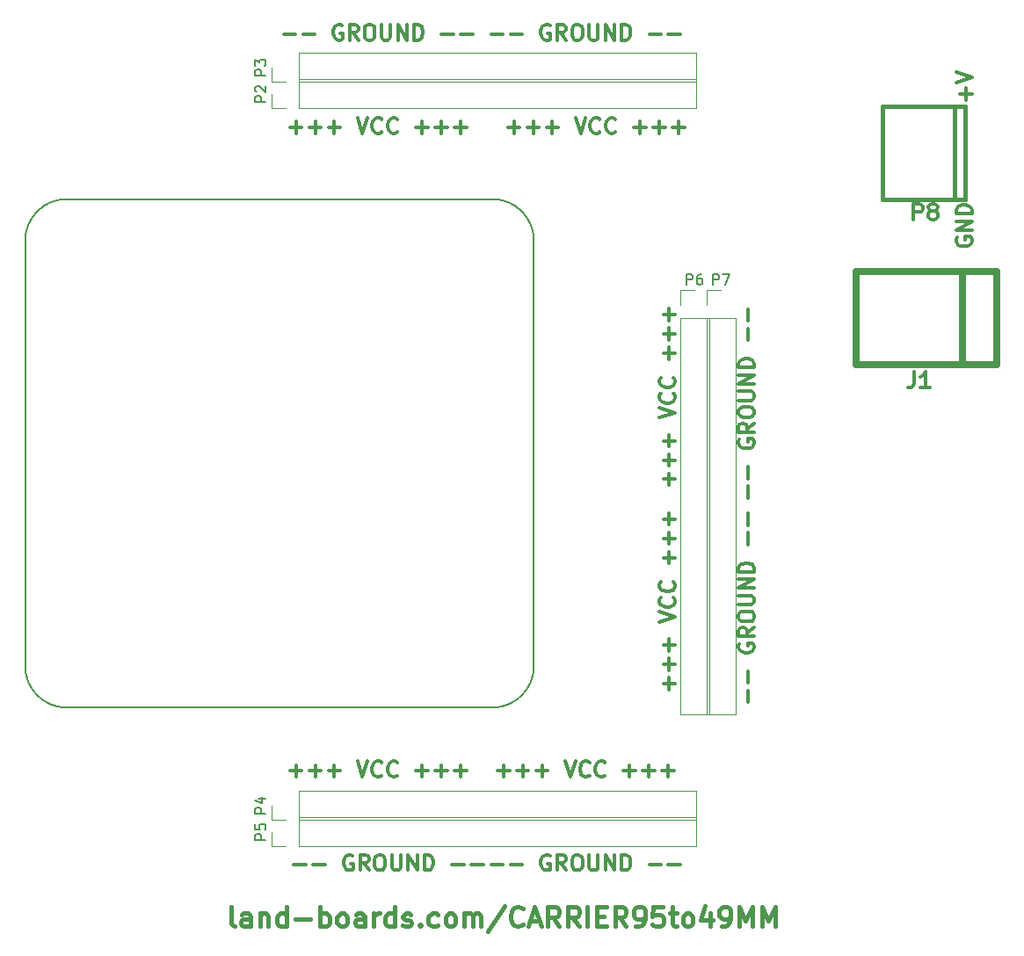
<source format=gbr>
G04 #@! TF.FileFunction,Legend,Top*
%FSLAX46Y46*%
G04 Gerber Fmt 4.6, Leading zero omitted, Abs format (unit mm)*
G04 Created by KiCad (PCBNEW 4.0.1-stable) date 1/2/2017 4:04:01 PM*
%MOMM*%
G01*
G04 APERTURE LIST*
%ADD10C,0.150000*%
%ADD11C,0.300000*%
%ADD12C,0.381000*%
%ADD13C,0.120000*%
%ADD14C,0.650000*%
%ADD15C,0.304800*%
G04 APERTURE END LIST*
D10*
D11*
X102755000Y-36702857D02*
X102683571Y-36845714D01*
X102683571Y-37060000D01*
X102755000Y-37274285D01*
X102897857Y-37417143D01*
X103040714Y-37488571D01*
X103326429Y-37560000D01*
X103540714Y-37560000D01*
X103826429Y-37488571D01*
X103969286Y-37417143D01*
X104112143Y-37274285D01*
X104183571Y-37060000D01*
X104183571Y-36917143D01*
X104112143Y-36702857D01*
X104040714Y-36631428D01*
X103540714Y-36631428D01*
X103540714Y-36917143D01*
X104183571Y-35988571D02*
X102683571Y-35988571D01*
X104183571Y-35131428D01*
X102683571Y-35131428D01*
X104183571Y-34417142D02*
X102683571Y-34417142D01*
X102683571Y-34059999D01*
X102755000Y-33845714D01*
X102897857Y-33702856D01*
X103040714Y-33631428D01*
X103326429Y-33559999D01*
X103540714Y-33559999D01*
X103826429Y-33631428D01*
X103969286Y-33702856D01*
X104112143Y-33845714D01*
X104183571Y-34059999D01*
X104183571Y-34417142D01*
X103612143Y-23439285D02*
X103612143Y-22296428D01*
X104183571Y-22867857D02*
X103040714Y-22867857D01*
X102683571Y-21796428D02*
X104183571Y-21296428D01*
X102683571Y-20796428D01*
X75037143Y-80255000D02*
X75037143Y-79112143D01*
X75608571Y-79683572D02*
X74465714Y-79683572D01*
X75037143Y-78397857D02*
X75037143Y-77255000D01*
X75608571Y-77826429D02*
X74465714Y-77826429D01*
X75037143Y-76540714D02*
X75037143Y-75397857D01*
X75608571Y-75969286D02*
X74465714Y-75969286D01*
X74108571Y-73755000D02*
X75608571Y-73255000D01*
X74108571Y-72755000D01*
X75465714Y-71397857D02*
X75537143Y-71469286D01*
X75608571Y-71683572D01*
X75608571Y-71826429D01*
X75537143Y-72040714D01*
X75394286Y-72183572D01*
X75251429Y-72255000D01*
X74965714Y-72326429D01*
X74751429Y-72326429D01*
X74465714Y-72255000D01*
X74322857Y-72183572D01*
X74180000Y-72040714D01*
X74108571Y-71826429D01*
X74108571Y-71683572D01*
X74180000Y-71469286D01*
X74251429Y-71397857D01*
X75465714Y-69897857D02*
X75537143Y-69969286D01*
X75608571Y-70183572D01*
X75608571Y-70326429D01*
X75537143Y-70540714D01*
X75394286Y-70683572D01*
X75251429Y-70755000D01*
X74965714Y-70826429D01*
X74751429Y-70826429D01*
X74465714Y-70755000D01*
X74322857Y-70683572D01*
X74180000Y-70540714D01*
X74108571Y-70326429D01*
X74108571Y-70183572D01*
X74180000Y-69969286D01*
X74251429Y-69897857D01*
X75037143Y-68112143D02*
X75037143Y-66969286D01*
X75608571Y-67540715D02*
X74465714Y-67540715D01*
X75037143Y-66255000D02*
X75037143Y-65112143D01*
X75608571Y-65683572D02*
X74465714Y-65683572D01*
X75037143Y-64397857D02*
X75037143Y-63255000D01*
X75608571Y-63826429D02*
X74465714Y-63826429D01*
X75037143Y-60570000D02*
X75037143Y-59427143D01*
X75608571Y-59998572D02*
X74465714Y-59998572D01*
X75037143Y-58712857D02*
X75037143Y-57570000D01*
X75608571Y-58141429D02*
X74465714Y-58141429D01*
X75037143Y-56855714D02*
X75037143Y-55712857D01*
X75608571Y-56284286D02*
X74465714Y-56284286D01*
X74108571Y-54070000D02*
X75608571Y-53570000D01*
X74108571Y-53070000D01*
X75465714Y-51712857D02*
X75537143Y-51784286D01*
X75608571Y-51998572D01*
X75608571Y-52141429D01*
X75537143Y-52355714D01*
X75394286Y-52498572D01*
X75251429Y-52570000D01*
X74965714Y-52641429D01*
X74751429Y-52641429D01*
X74465714Y-52570000D01*
X74322857Y-52498572D01*
X74180000Y-52355714D01*
X74108571Y-52141429D01*
X74108571Y-51998572D01*
X74180000Y-51784286D01*
X74251429Y-51712857D01*
X75465714Y-50212857D02*
X75537143Y-50284286D01*
X75608571Y-50498572D01*
X75608571Y-50641429D01*
X75537143Y-50855714D01*
X75394286Y-50998572D01*
X75251429Y-51070000D01*
X74965714Y-51141429D01*
X74751429Y-51141429D01*
X74465714Y-51070000D01*
X74322857Y-50998572D01*
X74180000Y-50855714D01*
X74108571Y-50641429D01*
X74108571Y-50498572D01*
X74180000Y-50284286D01*
X74251429Y-50212857D01*
X75037143Y-48427143D02*
X75037143Y-47284286D01*
X75608571Y-47855715D02*
X74465714Y-47855715D01*
X75037143Y-46570000D02*
X75037143Y-45427143D01*
X75608571Y-45998572D02*
X74465714Y-45998572D01*
X75037143Y-44712857D02*
X75037143Y-43570000D01*
X75608571Y-44141429D02*
X74465714Y-44141429D01*
X59500000Y-26107143D02*
X60642857Y-26107143D01*
X60071428Y-26678571D02*
X60071428Y-25535714D01*
X61357143Y-26107143D02*
X62500000Y-26107143D01*
X61928571Y-26678571D02*
X61928571Y-25535714D01*
X63214286Y-26107143D02*
X64357143Y-26107143D01*
X63785714Y-26678571D02*
X63785714Y-25535714D01*
X66000000Y-25178571D02*
X66500000Y-26678571D01*
X67000000Y-25178571D01*
X68357143Y-26535714D02*
X68285714Y-26607143D01*
X68071428Y-26678571D01*
X67928571Y-26678571D01*
X67714286Y-26607143D01*
X67571428Y-26464286D01*
X67500000Y-26321429D01*
X67428571Y-26035714D01*
X67428571Y-25821429D01*
X67500000Y-25535714D01*
X67571428Y-25392857D01*
X67714286Y-25250000D01*
X67928571Y-25178571D01*
X68071428Y-25178571D01*
X68285714Y-25250000D01*
X68357143Y-25321429D01*
X69857143Y-26535714D02*
X69785714Y-26607143D01*
X69571428Y-26678571D01*
X69428571Y-26678571D01*
X69214286Y-26607143D01*
X69071428Y-26464286D01*
X69000000Y-26321429D01*
X68928571Y-26035714D01*
X68928571Y-25821429D01*
X69000000Y-25535714D01*
X69071428Y-25392857D01*
X69214286Y-25250000D01*
X69428571Y-25178571D01*
X69571428Y-25178571D01*
X69785714Y-25250000D01*
X69857143Y-25321429D01*
X71642857Y-26107143D02*
X72785714Y-26107143D01*
X72214285Y-26678571D02*
X72214285Y-25535714D01*
X73500000Y-26107143D02*
X74642857Y-26107143D01*
X74071428Y-26678571D02*
X74071428Y-25535714D01*
X75357143Y-26107143D02*
X76500000Y-26107143D01*
X75928571Y-26678571D02*
X75928571Y-25535714D01*
X38500000Y-26107143D02*
X39642857Y-26107143D01*
X39071428Y-26678571D02*
X39071428Y-25535714D01*
X40357143Y-26107143D02*
X41500000Y-26107143D01*
X40928571Y-26678571D02*
X40928571Y-25535714D01*
X42214286Y-26107143D02*
X43357143Y-26107143D01*
X42785714Y-26678571D02*
X42785714Y-25535714D01*
X45000000Y-25178571D02*
X45500000Y-26678571D01*
X46000000Y-25178571D01*
X47357143Y-26535714D02*
X47285714Y-26607143D01*
X47071428Y-26678571D01*
X46928571Y-26678571D01*
X46714286Y-26607143D01*
X46571428Y-26464286D01*
X46500000Y-26321429D01*
X46428571Y-26035714D01*
X46428571Y-25821429D01*
X46500000Y-25535714D01*
X46571428Y-25392857D01*
X46714286Y-25250000D01*
X46928571Y-25178571D01*
X47071428Y-25178571D01*
X47285714Y-25250000D01*
X47357143Y-25321429D01*
X48857143Y-26535714D02*
X48785714Y-26607143D01*
X48571428Y-26678571D01*
X48428571Y-26678571D01*
X48214286Y-26607143D01*
X48071428Y-26464286D01*
X48000000Y-26321429D01*
X47928571Y-26035714D01*
X47928571Y-25821429D01*
X48000000Y-25535714D01*
X48071428Y-25392857D01*
X48214286Y-25250000D01*
X48428571Y-25178571D01*
X48571428Y-25178571D01*
X48785714Y-25250000D01*
X48857143Y-25321429D01*
X50642857Y-26107143D02*
X51785714Y-26107143D01*
X51214285Y-26678571D02*
X51214285Y-25535714D01*
X52500000Y-26107143D02*
X53642857Y-26107143D01*
X53071428Y-26678571D02*
X53071428Y-25535714D01*
X54357143Y-26107143D02*
X55500000Y-26107143D01*
X54928571Y-26678571D02*
X54928571Y-25535714D01*
X58500000Y-88107143D02*
X59642857Y-88107143D01*
X59071428Y-88678571D02*
X59071428Y-87535714D01*
X60357143Y-88107143D02*
X61500000Y-88107143D01*
X60928571Y-88678571D02*
X60928571Y-87535714D01*
X62214286Y-88107143D02*
X63357143Y-88107143D01*
X62785714Y-88678571D02*
X62785714Y-87535714D01*
X65000000Y-87178571D02*
X65500000Y-88678571D01*
X66000000Y-87178571D01*
X67357143Y-88535714D02*
X67285714Y-88607143D01*
X67071428Y-88678571D01*
X66928571Y-88678571D01*
X66714286Y-88607143D01*
X66571428Y-88464286D01*
X66500000Y-88321429D01*
X66428571Y-88035714D01*
X66428571Y-87821429D01*
X66500000Y-87535714D01*
X66571428Y-87392857D01*
X66714286Y-87250000D01*
X66928571Y-87178571D01*
X67071428Y-87178571D01*
X67285714Y-87250000D01*
X67357143Y-87321429D01*
X68857143Y-88535714D02*
X68785714Y-88607143D01*
X68571428Y-88678571D01*
X68428571Y-88678571D01*
X68214286Y-88607143D01*
X68071428Y-88464286D01*
X68000000Y-88321429D01*
X67928571Y-88035714D01*
X67928571Y-87821429D01*
X68000000Y-87535714D01*
X68071428Y-87392857D01*
X68214286Y-87250000D01*
X68428571Y-87178571D01*
X68571428Y-87178571D01*
X68785714Y-87250000D01*
X68857143Y-87321429D01*
X70642857Y-88107143D02*
X71785714Y-88107143D01*
X71214285Y-88678571D02*
X71214285Y-87535714D01*
X72500000Y-88107143D02*
X73642857Y-88107143D01*
X73071428Y-88678571D02*
X73071428Y-87535714D01*
X74357143Y-88107143D02*
X75500000Y-88107143D01*
X74928571Y-88678571D02*
X74928571Y-87535714D01*
X38500000Y-88107143D02*
X39642857Y-88107143D01*
X39071428Y-88678571D02*
X39071428Y-87535714D01*
X40357143Y-88107143D02*
X41500000Y-88107143D01*
X40928571Y-88678571D02*
X40928571Y-87535714D01*
X42214286Y-88107143D02*
X43357143Y-88107143D01*
X42785714Y-88678571D02*
X42785714Y-87535714D01*
X45000000Y-87178571D02*
X45500000Y-88678571D01*
X46000000Y-87178571D01*
X47357143Y-88535714D02*
X47285714Y-88607143D01*
X47071428Y-88678571D01*
X46928571Y-88678571D01*
X46714286Y-88607143D01*
X46571428Y-88464286D01*
X46500000Y-88321429D01*
X46428571Y-88035714D01*
X46428571Y-87821429D01*
X46500000Y-87535714D01*
X46571428Y-87392857D01*
X46714286Y-87250000D01*
X46928571Y-87178571D01*
X47071428Y-87178571D01*
X47285714Y-87250000D01*
X47357143Y-87321429D01*
X48857143Y-88535714D02*
X48785714Y-88607143D01*
X48571428Y-88678571D01*
X48428571Y-88678571D01*
X48214286Y-88607143D01*
X48071428Y-88464286D01*
X48000000Y-88321429D01*
X47928571Y-88035714D01*
X47928571Y-87821429D01*
X48000000Y-87535714D01*
X48071428Y-87392857D01*
X48214286Y-87250000D01*
X48428571Y-87178571D01*
X48571428Y-87178571D01*
X48785714Y-87250000D01*
X48857143Y-87321429D01*
X50642857Y-88107143D02*
X51785714Y-88107143D01*
X51214285Y-88678571D02*
X51214285Y-87535714D01*
X52500000Y-88107143D02*
X53642857Y-88107143D01*
X53071428Y-88678571D02*
X53071428Y-87535714D01*
X54357143Y-88107143D02*
X55500000Y-88107143D01*
X54928571Y-88678571D02*
X54928571Y-87535714D01*
X82657143Y-61812143D02*
X82657143Y-60669286D01*
X82657143Y-59955000D02*
X82657143Y-58812143D01*
X81800000Y-56169286D02*
X81728571Y-56312143D01*
X81728571Y-56526429D01*
X81800000Y-56740714D01*
X81942857Y-56883572D01*
X82085714Y-56955000D01*
X82371429Y-57026429D01*
X82585714Y-57026429D01*
X82871429Y-56955000D01*
X83014286Y-56883572D01*
X83157143Y-56740714D01*
X83228571Y-56526429D01*
X83228571Y-56383572D01*
X83157143Y-56169286D01*
X83085714Y-56097857D01*
X82585714Y-56097857D01*
X82585714Y-56383572D01*
X83228571Y-54597857D02*
X82514286Y-55097857D01*
X83228571Y-55455000D02*
X81728571Y-55455000D01*
X81728571Y-54883572D01*
X81800000Y-54740714D01*
X81871429Y-54669286D01*
X82014286Y-54597857D01*
X82228571Y-54597857D01*
X82371429Y-54669286D01*
X82442857Y-54740714D01*
X82514286Y-54883572D01*
X82514286Y-55455000D01*
X81728571Y-53669286D02*
X81728571Y-53383572D01*
X81800000Y-53240714D01*
X81942857Y-53097857D01*
X82228571Y-53026429D01*
X82728571Y-53026429D01*
X83014286Y-53097857D01*
X83157143Y-53240714D01*
X83228571Y-53383572D01*
X83228571Y-53669286D01*
X83157143Y-53812143D01*
X83014286Y-53955000D01*
X82728571Y-54026429D01*
X82228571Y-54026429D01*
X81942857Y-53955000D01*
X81800000Y-53812143D01*
X81728571Y-53669286D01*
X81728571Y-52383571D02*
X82942857Y-52383571D01*
X83085714Y-52312143D01*
X83157143Y-52240714D01*
X83228571Y-52097857D01*
X83228571Y-51812143D01*
X83157143Y-51669285D01*
X83085714Y-51597857D01*
X82942857Y-51526428D01*
X81728571Y-51526428D01*
X83228571Y-50812142D02*
X81728571Y-50812142D01*
X83228571Y-49954999D01*
X81728571Y-49954999D01*
X83228571Y-49240713D02*
X81728571Y-49240713D01*
X81728571Y-48883570D01*
X81800000Y-48669285D01*
X81942857Y-48526427D01*
X82085714Y-48454999D01*
X82371429Y-48383570D01*
X82585714Y-48383570D01*
X82871429Y-48454999D01*
X83014286Y-48526427D01*
X83157143Y-48669285D01*
X83228571Y-48883570D01*
X83228571Y-49240713D01*
X82657143Y-46597856D02*
X82657143Y-45454999D01*
X82657143Y-44740713D02*
X82657143Y-43597856D01*
X82657143Y-81497143D02*
X82657143Y-80354286D01*
X82657143Y-79640000D02*
X82657143Y-78497143D01*
X81800000Y-75854286D02*
X81728571Y-75997143D01*
X81728571Y-76211429D01*
X81800000Y-76425714D01*
X81942857Y-76568572D01*
X82085714Y-76640000D01*
X82371429Y-76711429D01*
X82585714Y-76711429D01*
X82871429Y-76640000D01*
X83014286Y-76568572D01*
X83157143Y-76425714D01*
X83228571Y-76211429D01*
X83228571Y-76068572D01*
X83157143Y-75854286D01*
X83085714Y-75782857D01*
X82585714Y-75782857D01*
X82585714Y-76068572D01*
X83228571Y-74282857D02*
X82514286Y-74782857D01*
X83228571Y-75140000D02*
X81728571Y-75140000D01*
X81728571Y-74568572D01*
X81800000Y-74425714D01*
X81871429Y-74354286D01*
X82014286Y-74282857D01*
X82228571Y-74282857D01*
X82371429Y-74354286D01*
X82442857Y-74425714D01*
X82514286Y-74568572D01*
X82514286Y-75140000D01*
X81728571Y-73354286D02*
X81728571Y-73068572D01*
X81800000Y-72925714D01*
X81942857Y-72782857D01*
X82228571Y-72711429D01*
X82728571Y-72711429D01*
X83014286Y-72782857D01*
X83157143Y-72925714D01*
X83228571Y-73068572D01*
X83228571Y-73354286D01*
X83157143Y-73497143D01*
X83014286Y-73640000D01*
X82728571Y-73711429D01*
X82228571Y-73711429D01*
X81942857Y-73640000D01*
X81800000Y-73497143D01*
X81728571Y-73354286D01*
X81728571Y-72068571D02*
X82942857Y-72068571D01*
X83085714Y-71997143D01*
X83157143Y-71925714D01*
X83228571Y-71782857D01*
X83228571Y-71497143D01*
X83157143Y-71354285D01*
X83085714Y-71282857D01*
X82942857Y-71211428D01*
X81728571Y-71211428D01*
X83228571Y-70497142D02*
X81728571Y-70497142D01*
X83228571Y-69639999D01*
X81728571Y-69639999D01*
X83228571Y-68925713D02*
X81728571Y-68925713D01*
X81728571Y-68568570D01*
X81800000Y-68354285D01*
X81942857Y-68211427D01*
X82085714Y-68139999D01*
X82371429Y-68068570D01*
X82585714Y-68068570D01*
X82871429Y-68139999D01*
X83014286Y-68211427D01*
X83157143Y-68354285D01*
X83228571Y-68568570D01*
X83228571Y-68925713D01*
X82657143Y-66282856D02*
X82657143Y-65139999D01*
X82657143Y-64425713D02*
X82657143Y-63282856D01*
X57892857Y-97107143D02*
X59035714Y-97107143D01*
X59750000Y-97107143D02*
X60892857Y-97107143D01*
X63535714Y-96250000D02*
X63392857Y-96178571D01*
X63178571Y-96178571D01*
X62964286Y-96250000D01*
X62821428Y-96392857D01*
X62750000Y-96535714D01*
X62678571Y-96821429D01*
X62678571Y-97035714D01*
X62750000Y-97321429D01*
X62821428Y-97464286D01*
X62964286Y-97607143D01*
X63178571Y-97678571D01*
X63321428Y-97678571D01*
X63535714Y-97607143D01*
X63607143Y-97535714D01*
X63607143Y-97035714D01*
X63321428Y-97035714D01*
X65107143Y-97678571D02*
X64607143Y-96964286D01*
X64250000Y-97678571D02*
X64250000Y-96178571D01*
X64821428Y-96178571D01*
X64964286Y-96250000D01*
X65035714Y-96321429D01*
X65107143Y-96464286D01*
X65107143Y-96678571D01*
X65035714Y-96821429D01*
X64964286Y-96892857D01*
X64821428Y-96964286D01*
X64250000Y-96964286D01*
X66035714Y-96178571D02*
X66321428Y-96178571D01*
X66464286Y-96250000D01*
X66607143Y-96392857D01*
X66678571Y-96678571D01*
X66678571Y-97178571D01*
X66607143Y-97464286D01*
X66464286Y-97607143D01*
X66321428Y-97678571D01*
X66035714Y-97678571D01*
X65892857Y-97607143D01*
X65750000Y-97464286D01*
X65678571Y-97178571D01*
X65678571Y-96678571D01*
X65750000Y-96392857D01*
X65892857Y-96250000D01*
X66035714Y-96178571D01*
X67321429Y-96178571D02*
X67321429Y-97392857D01*
X67392857Y-97535714D01*
X67464286Y-97607143D01*
X67607143Y-97678571D01*
X67892857Y-97678571D01*
X68035715Y-97607143D01*
X68107143Y-97535714D01*
X68178572Y-97392857D01*
X68178572Y-96178571D01*
X68892858Y-97678571D02*
X68892858Y-96178571D01*
X69750001Y-97678571D01*
X69750001Y-96178571D01*
X70464287Y-97678571D02*
X70464287Y-96178571D01*
X70821430Y-96178571D01*
X71035715Y-96250000D01*
X71178573Y-96392857D01*
X71250001Y-96535714D01*
X71321430Y-96821429D01*
X71321430Y-97035714D01*
X71250001Y-97321429D01*
X71178573Y-97464286D01*
X71035715Y-97607143D01*
X70821430Y-97678571D01*
X70464287Y-97678571D01*
X73107144Y-97107143D02*
X74250001Y-97107143D01*
X74964287Y-97107143D02*
X76107144Y-97107143D01*
X38892857Y-97107143D02*
X40035714Y-97107143D01*
X40750000Y-97107143D02*
X41892857Y-97107143D01*
X44535714Y-96250000D02*
X44392857Y-96178571D01*
X44178571Y-96178571D01*
X43964286Y-96250000D01*
X43821428Y-96392857D01*
X43750000Y-96535714D01*
X43678571Y-96821429D01*
X43678571Y-97035714D01*
X43750000Y-97321429D01*
X43821428Y-97464286D01*
X43964286Y-97607143D01*
X44178571Y-97678571D01*
X44321428Y-97678571D01*
X44535714Y-97607143D01*
X44607143Y-97535714D01*
X44607143Y-97035714D01*
X44321428Y-97035714D01*
X46107143Y-97678571D02*
X45607143Y-96964286D01*
X45250000Y-97678571D02*
X45250000Y-96178571D01*
X45821428Y-96178571D01*
X45964286Y-96250000D01*
X46035714Y-96321429D01*
X46107143Y-96464286D01*
X46107143Y-96678571D01*
X46035714Y-96821429D01*
X45964286Y-96892857D01*
X45821428Y-96964286D01*
X45250000Y-96964286D01*
X47035714Y-96178571D02*
X47321428Y-96178571D01*
X47464286Y-96250000D01*
X47607143Y-96392857D01*
X47678571Y-96678571D01*
X47678571Y-97178571D01*
X47607143Y-97464286D01*
X47464286Y-97607143D01*
X47321428Y-97678571D01*
X47035714Y-97678571D01*
X46892857Y-97607143D01*
X46750000Y-97464286D01*
X46678571Y-97178571D01*
X46678571Y-96678571D01*
X46750000Y-96392857D01*
X46892857Y-96250000D01*
X47035714Y-96178571D01*
X48321429Y-96178571D02*
X48321429Y-97392857D01*
X48392857Y-97535714D01*
X48464286Y-97607143D01*
X48607143Y-97678571D01*
X48892857Y-97678571D01*
X49035715Y-97607143D01*
X49107143Y-97535714D01*
X49178572Y-97392857D01*
X49178572Y-96178571D01*
X49892858Y-97678571D02*
X49892858Y-96178571D01*
X50750001Y-97678571D01*
X50750001Y-96178571D01*
X51464287Y-97678571D02*
X51464287Y-96178571D01*
X51821430Y-96178571D01*
X52035715Y-96250000D01*
X52178573Y-96392857D01*
X52250001Y-96535714D01*
X52321430Y-96821429D01*
X52321430Y-97035714D01*
X52250001Y-97321429D01*
X52178573Y-97464286D01*
X52035715Y-97607143D01*
X51821430Y-97678571D01*
X51464287Y-97678571D01*
X54107144Y-97107143D02*
X55250001Y-97107143D01*
X55964287Y-97107143D02*
X57107144Y-97107143D01*
X57892857Y-17107143D02*
X59035714Y-17107143D01*
X59750000Y-17107143D02*
X60892857Y-17107143D01*
X63535714Y-16250000D02*
X63392857Y-16178571D01*
X63178571Y-16178571D01*
X62964286Y-16250000D01*
X62821428Y-16392857D01*
X62750000Y-16535714D01*
X62678571Y-16821429D01*
X62678571Y-17035714D01*
X62750000Y-17321429D01*
X62821428Y-17464286D01*
X62964286Y-17607143D01*
X63178571Y-17678571D01*
X63321428Y-17678571D01*
X63535714Y-17607143D01*
X63607143Y-17535714D01*
X63607143Y-17035714D01*
X63321428Y-17035714D01*
X65107143Y-17678571D02*
X64607143Y-16964286D01*
X64250000Y-17678571D02*
X64250000Y-16178571D01*
X64821428Y-16178571D01*
X64964286Y-16250000D01*
X65035714Y-16321429D01*
X65107143Y-16464286D01*
X65107143Y-16678571D01*
X65035714Y-16821429D01*
X64964286Y-16892857D01*
X64821428Y-16964286D01*
X64250000Y-16964286D01*
X66035714Y-16178571D02*
X66321428Y-16178571D01*
X66464286Y-16250000D01*
X66607143Y-16392857D01*
X66678571Y-16678571D01*
X66678571Y-17178571D01*
X66607143Y-17464286D01*
X66464286Y-17607143D01*
X66321428Y-17678571D01*
X66035714Y-17678571D01*
X65892857Y-17607143D01*
X65750000Y-17464286D01*
X65678571Y-17178571D01*
X65678571Y-16678571D01*
X65750000Y-16392857D01*
X65892857Y-16250000D01*
X66035714Y-16178571D01*
X67321429Y-16178571D02*
X67321429Y-17392857D01*
X67392857Y-17535714D01*
X67464286Y-17607143D01*
X67607143Y-17678571D01*
X67892857Y-17678571D01*
X68035715Y-17607143D01*
X68107143Y-17535714D01*
X68178572Y-17392857D01*
X68178572Y-16178571D01*
X68892858Y-17678571D02*
X68892858Y-16178571D01*
X69750001Y-17678571D01*
X69750001Y-16178571D01*
X70464287Y-17678571D02*
X70464287Y-16178571D01*
X70821430Y-16178571D01*
X71035715Y-16250000D01*
X71178573Y-16392857D01*
X71250001Y-16535714D01*
X71321430Y-16821429D01*
X71321430Y-17035714D01*
X71250001Y-17321429D01*
X71178573Y-17464286D01*
X71035715Y-17607143D01*
X70821430Y-17678571D01*
X70464287Y-17678571D01*
X73107144Y-17107143D02*
X74250001Y-17107143D01*
X74964287Y-17107143D02*
X76107144Y-17107143D01*
X37892857Y-17107143D02*
X39035714Y-17107143D01*
X39750000Y-17107143D02*
X40892857Y-17107143D01*
X43535714Y-16250000D02*
X43392857Y-16178571D01*
X43178571Y-16178571D01*
X42964286Y-16250000D01*
X42821428Y-16392857D01*
X42750000Y-16535714D01*
X42678571Y-16821429D01*
X42678571Y-17035714D01*
X42750000Y-17321429D01*
X42821428Y-17464286D01*
X42964286Y-17607143D01*
X43178571Y-17678571D01*
X43321428Y-17678571D01*
X43535714Y-17607143D01*
X43607143Y-17535714D01*
X43607143Y-17035714D01*
X43321428Y-17035714D01*
X45107143Y-17678571D02*
X44607143Y-16964286D01*
X44250000Y-17678571D02*
X44250000Y-16178571D01*
X44821428Y-16178571D01*
X44964286Y-16250000D01*
X45035714Y-16321429D01*
X45107143Y-16464286D01*
X45107143Y-16678571D01*
X45035714Y-16821429D01*
X44964286Y-16892857D01*
X44821428Y-16964286D01*
X44250000Y-16964286D01*
X46035714Y-16178571D02*
X46321428Y-16178571D01*
X46464286Y-16250000D01*
X46607143Y-16392857D01*
X46678571Y-16678571D01*
X46678571Y-17178571D01*
X46607143Y-17464286D01*
X46464286Y-17607143D01*
X46321428Y-17678571D01*
X46035714Y-17678571D01*
X45892857Y-17607143D01*
X45750000Y-17464286D01*
X45678571Y-17178571D01*
X45678571Y-16678571D01*
X45750000Y-16392857D01*
X45892857Y-16250000D01*
X46035714Y-16178571D01*
X47321429Y-16178571D02*
X47321429Y-17392857D01*
X47392857Y-17535714D01*
X47464286Y-17607143D01*
X47607143Y-17678571D01*
X47892857Y-17678571D01*
X48035715Y-17607143D01*
X48107143Y-17535714D01*
X48178572Y-17392857D01*
X48178572Y-16178571D01*
X48892858Y-17678571D02*
X48892858Y-16178571D01*
X49750001Y-17678571D01*
X49750001Y-16178571D01*
X50464287Y-17678571D02*
X50464287Y-16178571D01*
X50821430Y-16178571D01*
X51035715Y-16250000D01*
X51178573Y-16392857D01*
X51250001Y-16535714D01*
X51321430Y-16821429D01*
X51321430Y-17035714D01*
X51250001Y-17321429D01*
X51178573Y-17464286D01*
X51035715Y-17607143D01*
X50821430Y-17678571D01*
X50464287Y-17678571D01*
X53107144Y-17107143D02*
X54250001Y-17107143D01*
X54964287Y-17107143D02*
X56107144Y-17107143D01*
D12*
X33156073Y-103096786D02*
X32974645Y-103006071D01*
X32883930Y-102824643D01*
X32883930Y-101191786D01*
X34698216Y-103096786D02*
X34698216Y-102098929D01*
X34607502Y-101917500D01*
X34426073Y-101826786D01*
X34063216Y-101826786D01*
X33881787Y-101917500D01*
X34698216Y-103006071D02*
X34516787Y-103096786D01*
X34063216Y-103096786D01*
X33881787Y-103006071D01*
X33791073Y-102824643D01*
X33791073Y-102643214D01*
X33881787Y-102461786D01*
X34063216Y-102371071D01*
X34516787Y-102371071D01*
X34698216Y-102280357D01*
X35605358Y-101826786D02*
X35605358Y-103096786D01*
X35605358Y-102008214D02*
X35696073Y-101917500D01*
X35877501Y-101826786D01*
X36149644Y-101826786D01*
X36331073Y-101917500D01*
X36421787Y-102098929D01*
X36421787Y-103096786D01*
X38145358Y-103096786D02*
X38145358Y-101191786D01*
X38145358Y-103006071D02*
X37963929Y-103096786D01*
X37601072Y-103096786D01*
X37419644Y-103006071D01*
X37328929Y-102915357D01*
X37238215Y-102733929D01*
X37238215Y-102189643D01*
X37328929Y-102008214D01*
X37419644Y-101917500D01*
X37601072Y-101826786D01*
X37963929Y-101826786D01*
X38145358Y-101917500D01*
X39052500Y-102371071D02*
X40503929Y-102371071D01*
X41411071Y-103096786D02*
X41411071Y-101191786D01*
X41411071Y-101917500D02*
X41592500Y-101826786D01*
X41955357Y-101826786D01*
X42136786Y-101917500D01*
X42227500Y-102008214D01*
X42318214Y-102189643D01*
X42318214Y-102733929D01*
X42227500Y-102915357D01*
X42136786Y-103006071D01*
X41955357Y-103096786D01*
X41592500Y-103096786D01*
X41411071Y-103006071D01*
X43406785Y-103096786D02*
X43225357Y-103006071D01*
X43134642Y-102915357D01*
X43043928Y-102733929D01*
X43043928Y-102189643D01*
X43134642Y-102008214D01*
X43225357Y-101917500D01*
X43406785Y-101826786D01*
X43678928Y-101826786D01*
X43860357Y-101917500D01*
X43951071Y-102008214D01*
X44041785Y-102189643D01*
X44041785Y-102733929D01*
X43951071Y-102915357D01*
X43860357Y-103006071D01*
X43678928Y-103096786D01*
X43406785Y-103096786D01*
X45674642Y-103096786D02*
X45674642Y-102098929D01*
X45583928Y-101917500D01*
X45402499Y-101826786D01*
X45039642Y-101826786D01*
X44858213Y-101917500D01*
X45674642Y-103006071D02*
X45493213Y-103096786D01*
X45039642Y-103096786D01*
X44858213Y-103006071D01*
X44767499Y-102824643D01*
X44767499Y-102643214D01*
X44858213Y-102461786D01*
X45039642Y-102371071D01*
X45493213Y-102371071D01*
X45674642Y-102280357D01*
X46581784Y-103096786D02*
X46581784Y-101826786D01*
X46581784Y-102189643D02*
X46672499Y-102008214D01*
X46763213Y-101917500D01*
X46944642Y-101826786D01*
X47126070Y-101826786D01*
X48577499Y-103096786D02*
X48577499Y-101191786D01*
X48577499Y-103006071D02*
X48396070Y-103096786D01*
X48033213Y-103096786D01*
X47851785Y-103006071D01*
X47761070Y-102915357D01*
X47670356Y-102733929D01*
X47670356Y-102189643D01*
X47761070Y-102008214D01*
X47851785Y-101917500D01*
X48033213Y-101826786D01*
X48396070Y-101826786D01*
X48577499Y-101917500D01*
X49393927Y-103006071D02*
X49575356Y-103096786D01*
X49938213Y-103096786D01*
X50119641Y-103006071D01*
X50210356Y-102824643D01*
X50210356Y-102733929D01*
X50119641Y-102552500D01*
X49938213Y-102461786D01*
X49666070Y-102461786D01*
X49484641Y-102371071D01*
X49393927Y-102189643D01*
X49393927Y-102098929D01*
X49484641Y-101917500D01*
X49666070Y-101826786D01*
X49938213Y-101826786D01*
X50119641Y-101917500D01*
X51026784Y-102915357D02*
X51117499Y-103006071D01*
X51026784Y-103096786D01*
X50936070Y-103006071D01*
X51026784Y-102915357D01*
X51026784Y-103096786D01*
X52750356Y-103006071D02*
X52568927Y-103096786D01*
X52206070Y-103096786D01*
X52024642Y-103006071D01*
X51933927Y-102915357D01*
X51843213Y-102733929D01*
X51843213Y-102189643D01*
X51933927Y-102008214D01*
X52024642Y-101917500D01*
X52206070Y-101826786D01*
X52568927Y-101826786D01*
X52750356Y-101917500D01*
X53838927Y-103096786D02*
X53657499Y-103006071D01*
X53566784Y-102915357D01*
X53476070Y-102733929D01*
X53476070Y-102189643D01*
X53566784Y-102008214D01*
X53657499Y-101917500D01*
X53838927Y-101826786D01*
X54111070Y-101826786D01*
X54292499Y-101917500D01*
X54383213Y-102008214D01*
X54473927Y-102189643D01*
X54473927Y-102733929D01*
X54383213Y-102915357D01*
X54292499Y-103006071D01*
X54111070Y-103096786D01*
X53838927Y-103096786D01*
X55290355Y-103096786D02*
X55290355Y-101826786D01*
X55290355Y-102008214D02*
X55381070Y-101917500D01*
X55562498Y-101826786D01*
X55834641Y-101826786D01*
X56016070Y-101917500D01*
X56106784Y-102098929D01*
X56106784Y-103096786D01*
X56106784Y-102098929D02*
X56197498Y-101917500D01*
X56378927Y-101826786D01*
X56651070Y-101826786D01*
X56832498Y-101917500D01*
X56923213Y-102098929D01*
X56923213Y-103096786D01*
X59191070Y-101101071D02*
X57558213Y-103550357D01*
X60914641Y-102915357D02*
X60823927Y-103006071D01*
X60551784Y-103096786D01*
X60370355Y-103096786D01*
X60098212Y-103006071D01*
X59916784Y-102824643D01*
X59826069Y-102643214D01*
X59735355Y-102280357D01*
X59735355Y-102008214D01*
X59826069Y-101645357D01*
X59916784Y-101463929D01*
X60098212Y-101282500D01*
X60370355Y-101191786D01*
X60551784Y-101191786D01*
X60823927Y-101282500D01*
X60914641Y-101373214D01*
X61640355Y-102552500D02*
X62547498Y-102552500D01*
X61458927Y-103096786D02*
X62093927Y-101191786D01*
X62728927Y-103096786D01*
X64452498Y-103096786D02*
X63817498Y-102189643D01*
X63363926Y-103096786D02*
X63363926Y-101191786D01*
X64089641Y-101191786D01*
X64271069Y-101282500D01*
X64361784Y-101373214D01*
X64452498Y-101554643D01*
X64452498Y-101826786D01*
X64361784Y-102008214D01*
X64271069Y-102098929D01*
X64089641Y-102189643D01*
X63363926Y-102189643D01*
X66357498Y-103096786D02*
X65722498Y-102189643D01*
X65268926Y-103096786D02*
X65268926Y-101191786D01*
X65994641Y-101191786D01*
X66176069Y-101282500D01*
X66266784Y-101373214D01*
X66357498Y-101554643D01*
X66357498Y-101826786D01*
X66266784Y-102008214D01*
X66176069Y-102098929D01*
X65994641Y-102189643D01*
X65268926Y-102189643D01*
X67173926Y-103096786D02*
X67173926Y-101191786D01*
X68081069Y-102098929D02*
X68716069Y-102098929D01*
X68988212Y-103096786D02*
X68081069Y-103096786D01*
X68081069Y-101191786D01*
X68988212Y-101191786D01*
X70893212Y-103096786D02*
X70258212Y-102189643D01*
X69804640Y-103096786D02*
X69804640Y-101191786D01*
X70530355Y-101191786D01*
X70711783Y-101282500D01*
X70802498Y-101373214D01*
X70893212Y-101554643D01*
X70893212Y-101826786D01*
X70802498Y-102008214D01*
X70711783Y-102098929D01*
X70530355Y-102189643D01*
X69804640Y-102189643D01*
X71800355Y-103096786D02*
X72163212Y-103096786D01*
X72344640Y-103006071D01*
X72435355Y-102915357D01*
X72616783Y-102643214D01*
X72707498Y-102280357D01*
X72707498Y-101554643D01*
X72616783Y-101373214D01*
X72526069Y-101282500D01*
X72344640Y-101191786D01*
X71981783Y-101191786D01*
X71800355Y-101282500D01*
X71709640Y-101373214D01*
X71618926Y-101554643D01*
X71618926Y-102008214D01*
X71709640Y-102189643D01*
X71800355Y-102280357D01*
X71981783Y-102371071D01*
X72344640Y-102371071D01*
X72526069Y-102280357D01*
X72616783Y-102189643D01*
X72707498Y-102008214D01*
X74431069Y-101191786D02*
X73523926Y-101191786D01*
X73433212Y-102098929D01*
X73523926Y-102008214D01*
X73705355Y-101917500D01*
X74158926Y-101917500D01*
X74340355Y-102008214D01*
X74431069Y-102098929D01*
X74521784Y-102280357D01*
X74521784Y-102733929D01*
X74431069Y-102915357D01*
X74340355Y-103006071D01*
X74158926Y-103096786D01*
X73705355Y-103096786D01*
X73523926Y-103006071D01*
X73433212Y-102915357D01*
X75066070Y-101826786D02*
X75791784Y-101826786D01*
X75338212Y-101191786D02*
X75338212Y-102824643D01*
X75428927Y-103006071D01*
X75610355Y-103096786D01*
X75791784Y-103096786D01*
X76698926Y-103096786D02*
X76517498Y-103006071D01*
X76426783Y-102915357D01*
X76336069Y-102733929D01*
X76336069Y-102189643D01*
X76426783Y-102008214D01*
X76517498Y-101917500D01*
X76698926Y-101826786D01*
X76971069Y-101826786D01*
X77152498Y-101917500D01*
X77243212Y-102008214D01*
X77333926Y-102189643D01*
X77333926Y-102733929D01*
X77243212Y-102915357D01*
X77152498Y-103006071D01*
X76971069Y-103096786D01*
X76698926Y-103096786D01*
X78966783Y-101826786D02*
X78966783Y-103096786D01*
X78513212Y-101101071D02*
X78059640Y-102461786D01*
X79238926Y-102461786D01*
X80055355Y-103096786D02*
X80418212Y-103096786D01*
X80599640Y-103006071D01*
X80690355Y-102915357D01*
X80871783Y-102643214D01*
X80962498Y-102280357D01*
X80962498Y-101554643D01*
X80871783Y-101373214D01*
X80781069Y-101282500D01*
X80599640Y-101191786D01*
X80236783Y-101191786D01*
X80055355Y-101282500D01*
X79964640Y-101373214D01*
X79873926Y-101554643D01*
X79873926Y-102008214D01*
X79964640Y-102189643D01*
X80055355Y-102280357D01*
X80236783Y-102371071D01*
X80599640Y-102371071D01*
X80781069Y-102280357D01*
X80871783Y-102189643D01*
X80962498Y-102008214D01*
X81778926Y-103096786D02*
X81778926Y-101191786D01*
X82413926Y-102552500D01*
X83048926Y-101191786D01*
X83048926Y-103096786D01*
X83956069Y-103096786D02*
X83956069Y-101191786D01*
X84591069Y-102552500D01*
X85226069Y-101191786D01*
X85226069Y-103096786D01*
D10*
X17000000Y-82000000D02*
X58000000Y-82000000D01*
X13000000Y-37000000D02*
X13000000Y-78000000D01*
X58000000Y-33000000D02*
X17000000Y-33000000D01*
X62000000Y-78000000D02*
X62000000Y-37000000D01*
X13000000Y-78000000D02*
G75*
G03X17000000Y-82000000I4000000J0D01*
G01*
X58000000Y-82000000D02*
G75*
G03X62000000Y-78000000I0J4000000D01*
G01*
X62000000Y-37000000D02*
G75*
G03X58000000Y-33000000I-4000000J0D01*
G01*
X17000000Y-33000000D02*
G75*
G03X13000000Y-37000000I0J-4000000D01*
G01*
D13*
X39370000Y-24250000D02*
X77590000Y-24250000D01*
X77590000Y-24250000D02*
X77590000Y-21470000D01*
X77590000Y-21470000D02*
X39370000Y-21470000D01*
X39370000Y-21470000D02*
X39370000Y-24250000D01*
X38100000Y-24250000D02*
X36710000Y-24250000D01*
X36710000Y-24250000D02*
X36710000Y-22860000D01*
X39370000Y-21710000D02*
X77590000Y-21710000D01*
X77590000Y-21710000D02*
X77590000Y-18930000D01*
X77590000Y-18930000D02*
X39370000Y-18930000D01*
X39370000Y-18930000D02*
X39370000Y-21710000D01*
X38100000Y-21710000D02*
X36710000Y-21710000D01*
X36710000Y-21710000D02*
X36710000Y-20320000D01*
X39370000Y-92830000D02*
X77590000Y-92830000D01*
X77590000Y-92830000D02*
X77590000Y-90050000D01*
X77590000Y-90050000D02*
X39370000Y-90050000D01*
X39370000Y-90050000D02*
X39370000Y-92830000D01*
X38100000Y-92830000D02*
X36710000Y-92830000D01*
X36710000Y-92830000D02*
X36710000Y-91440000D01*
X39370000Y-95370000D02*
X77590000Y-95370000D01*
X77590000Y-95370000D02*
X77590000Y-92590000D01*
X77590000Y-92590000D02*
X39370000Y-92590000D01*
X39370000Y-92590000D02*
X39370000Y-95370000D01*
X38100000Y-95370000D02*
X36710000Y-95370000D01*
X36710000Y-95370000D02*
X36710000Y-93980000D01*
X76080000Y-44450000D02*
X76080000Y-82670000D01*
X76080000Y-82670000D02*
X78860000Y-82670000D01*
X78860000Y-82670000D02*
X78860000Y-44450000D01*
X78860000Y-44450000D02*
X76080000Y-44450000D01*
X76080000Y-43180000D02*
X76080000Y-41790000D01*
X76080000Y-41790000D02*
X77470000Y-41790000D01*
X78620000Y-44450000D02*
X78620000Y-82670000D01*
X78620000Y-82670000D02*
X81400000Y-82670000D01*
X81400000Y-82670000D02*
X81400000Y-44450000D01*
X81400000Y-44450000D02*
X78620000Y-44450000D01*
X78620000Y-43180000D02*
X78620000Y-41790000D01*
X78620000Y-41790000D02*
X80010000Y-41790000D01*
D14*
X103260000Y-39950000D02*
X103260000Y-48950000D01*
X106560000Y-48950000D02*
X106560000Y-39950000D01*
X106560000Y-48950000D02*
X93060000Y-48950000D01*
X93060000Y-48950000D02*
X93060000Y-39950000D01*
X106560000Y-39950000D02*
X93060000Y-39950000D01*
D12*
X103560000Y-24035000D02*
X95560000Y-24035000D01*
X103560000Y-33035000D02*
X95560000Y-33035000D01*
X95560000Y-24035000D02*
X95560000Y-33035000D01*
X102560000Y-24035000D02*
X102560000Y-33035000D01*
X103560000Y-24035000D02*
X103560000Y-33035000D01*
D10*
X36162381Y-23598095D02*
X35162381Y-23598095D01*
X35162381Y-23217142D01*
X35210000Y-23121904D01*
X35257619Y-23074285D01*
X35352857Y-23026666D01*
X35495714Y-23026666D01*
X35590952Y-23074285D01*
X35638571Y-23121904D01*
X35686190Y-23217142D01*
X35686190Y-23598095D01*
X35257619Y-22645714D02*
X35210000Y-22598095D01*
X35162381Y-22502857D01*
X35162381Y-22264761D01*
X35210000Y-22169523D01*
X35257619Y-22121904D01*
X35352857Y-22074285D01*
X35448095Y-22074285D01*
X35590952Y-22121904D01*
X36162381Y-22693333D01*
X36162381Y-22074285D01*
X36162381Y-21058095D02*
X35162381Y-21058095D01*
X35162381Y-20677142D01*
X35210000Y-20581904D01*
X35257619Y-20534285D01*
X35352857Y-20486666D01*
X35495714Y-20486666D01*
X35590952Y-20534285D01*
X35638571Y-20581904D01*
X35686190Y-20677142D01*
X35686190Y-21058095D01*
X35162381Y-20153333D02*
X35162381Y-19534285D01*
X35543333Y-19867619D01*
X35543333Y-19724761D01*
X35590952Y-19629523D01*
X35638571Y-19581904D01*
X35733810Y-19534285D01*
X35971905Y-19534285D01*
X36067143Y-19581904D01*
X36114762Y-19629523D01*
X36162381Y-19724761D01*
X36162381Y-20010476D01*
X36114762Y-20105714D01*
X36067143Y-20153333D01*
X36162381Y-92178095D02*
X35162381Y-92178095D01*
X35162381Y-91797142D01*
X35210000Y-91701904D01*
X35257619Y-91654285D01*
X35352857Y-91606666D01*
X35495714Y-91606666D01*
X35590952Y-91654285D01*
X35638571Y-91701904D01*
X35686190Y-91797142D01*
X35686190Y-92178095D01*
X35495714Y-90749523D02*
X36162381Y-90749523D01*
X35114762Y-90987619D02*
X35829048Y-91225714D01*
X35829048Y-90606666D01*
X36162381Y-94718095D02*
X35162381Y-94718095D01*
X35162381Y-94337142D01*
X35210000Y-94241904D01*
X35257619Y-94194285D01*
X35352857Y-94146666D01*
X35495714Y-94146666D01*
X35590952Y-94194285D01*
X35638571Y-94241904D01*
X35686190Y-94337142D01*
X35686190Y-94718095D01*
X35162381Y-93241904D02*
X35162381Y-93718095D01*
X35638571Y-93765714D01*
X35590952Y-93718095D01*
X35543333Y-93622857D01*
X35543333Y-93384761D01*
X35590952Y-93289523D01*
X35638571Y-93241904D01*
X35733810Y-93194285D01*
X35971905Y-93194285D01*
X36067143Y-93241904D01*
X36114762Y-93289523D01*
X36162381Y-93384761D01*
X36162381Y-93622857D01*
X36114762Y-93718095D01*
X36067143Y-93765714D01*
X76731905Y-41242381D02*
X76731905Y-40242381D01*
X77112858Y-40242381D01*
X77208096Y-40290000D01*
X77255715Y-40337619D01*
X77303334Y-40432857D01*
X77303334Y-40575714D01*
X77255715Y-40670952D01*
X77208096Y-40718571D01*
X77112858Y-40766190D01*
X76731905Y-40766190D01*
X78160477Y-40242381D02*
X77970000Y-40242381D01*
X77874762Y-40290000D01*
X77827143Y-40337619D01*
X77731905Y-40480476D01*
X77684286Y-40670952D01*
X77684286Y-41051905D01*
X77731905Y-41147143D01*
X77779524Y-41194762D01*
X77874762Y-41242381D01*
X78065239Y-41242381D01*
X78160477Y-41194762D01*
X78208096Y-41147143D01*
X78255715Y-41051905D01*
X78255715Y-40813810D01*
X78208096Y-40718571D01*
X78160477Y-40670952D01*
X78065239Y-40623333D01*
X77874762Y-40623333D01*
X77779524Y-40670952D01*
X77731905Y-40718571D01*
X77684286Y-40813810D01*
X79271905Y-41242381D02*
X79271905Y-40242381D01*
X79652858Y-40242381D01*
X79748096Y-40290000D01*
X79795715Y-40337619D01*
X79843334Y-40432857D01*
X79843334Y-40575714D01*
X79795715Y-40670952D01*
X79748096Y-40718571D01*
X79652858Y-40766190D01*
X79271905Y-40766190D01*
X80176667Y-40242381D02*
X80843334Y-40242381D01*
X80414762Y-41242381D01*
D15*
X98602800Y-49665709D02*
X98602800Y-50754280D01*
X98530228Y-50971994D01*
X98385085Y-51117137D01*
X98167371Y-51189709D01*
X98022228Y-51189709D01*
X100126800Y-51189709D02*
X99255943Y-51189709D01*
X99691371Y-51189709D02*
X99691371Y-49665709D01*
X99546228Y-49883423D01*
X99401086Y-50028566D01*
X99255943Y-50101137D01*
X98570143Y-34979429D02*
X98570143Y-33455429D01*
X99150715Y-33455429D01*
X99295857Y-33528000D01*
X99368429Y-33600571D01*
X99441000Y-33745714D01*
X99441000Y-33963429D01*
X99368429Y-34108571D01*
X99295857Y-34181143D01*
X99150715Y-34253714D01*
X98570143Y-34253714D01*
X100311857Y-34108571D02*
X100166715Y-34036000D01*
X100094143Y-33963429D01*
X100021572Y-33818286D01*
X100021572Y-33745714D01*
X100094143Y-33600571D01*
X100166715Y-33528000D01*
X100311857Y-33455429D01*
X100602143Y-33455429D01*
X100747286Y-33528000D01*
X100819857Y-33600571D01*
X100892429Y-33745714D01*
X100892429Y-33818286D01*
X100819857Y-33963429D01*
X100747286Y-34036000D01*
X100602143Y-34108571D01*
X100311857Y-34108571D01*
X100166715Y-34181143D01*
X100094143Y-34253714D01*
X100021572Y-34398857D01*
X100021572Y-34689143D01*
X100094143Y-34834286D01*
X100166715Y-34906857D01*
X100311857Y-34979429D01*
X100602143Y-34979429D01*
X100747286Y-34906857D01*
X100819857Y-34834286D01*
X100892429Y-34689143D01*
X100892429Y-34398857D01*
X100819857Y-34253714D01*
X100747286Y-34181143D01*
X100602143Y-34108571D01*
M02*

</source>
